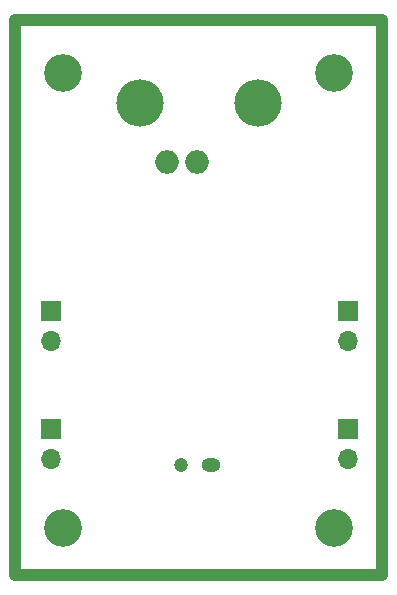
<source format=gbs>
%TF.GenerationSoftware,KiCad,Pcbnew,9.0.1-9.0.1-0~ubuntu24.04.1*%
%TF.CreationDate,2025-05-07T20:50:55+02:00*%
%TF.ProjectId,OOS - optyczny odbiornik sygnalow,4f4f5320-2d20-46f7-9074-79637a6e7920,0.0.3*%
%TF.SameCoordinates,Original*%
%TF.FileFunction,Soldermask,Bot*%
%TF.FilePolarity,Negative*%
%FSLAX46Y46*%
G04 Gerber Fmt 4.6, Leading zero omitted, Abs format (unit mm)*
G04 Created by KiCad (PCBNEW 9.0.1-9.0.1-0~ubuntu24.04.1) date 2025-05-07 20:50:55*
%MOMM*%
%LPD*%
G01*
G04 APERTURE LIST*
%ADD10C,1.000000*%
%ADD11O,1.700000X1.700000*%
%ADD12R,1.700000X1.700000*%
%ADD13O,1.600000X1.200000*%
%ADD14C,1.200000*%
%ADD15O,2.000000X2.000000*%
%ADD16O,4.000000X4.000000*%
%ADD17C,3.200000*%
G04 APERTURE END LIST*
D10*
X172920000Y-72380000D02*
X203920000Y-72380000D01*
X203920000Y-119380000D01*
X172920000Y-119380000D01*
X172920000Y-72380000D01*
D11*
%TO.C,J2*%
X201120000Y-99545000D03*
D12*
X201120000Y-97005000D03*
%TD*%
%TO.C,J1*%
X175920000Y-107040000D03*
D11*
X175920000Y-109580000D03*
%TD*%
D12*
%TO.C,J3*%
X175920000Y-97005000D03*
D11*
X175920000Y-99545000D03*
%TD*%
D13*
%TO.C,D3*%
X189505276Y-110064724D03*
D14*
X186965276Y-110064724D03*
%TD*%
D15*
%TO.C,J5*%
X188300000Y-84460000D03*
D16*
X183500000Y-79460000D03*
D15*
X185800000Y-84460000D03*
D16*
X193500000Y-79460000D03*
%TD*%
D17*
%TO.C,H2*%
X199920000Y-76910000D03*
%TD*%
%TO.C,H4*%
X176920000Y-115380000D03*
%TD*%
D12*
%TO.C,J4*%
X201120000Y-107040000D03*
D11*
X201120000Y-109580000D03*
%TD*%
D17*
%TO.C,H3*%
X199920000Y-115380000D03*
%TD*%
%TO.C,H1*%
X176920000Y-76910000D03*
%TD*%
M02*

</source>
